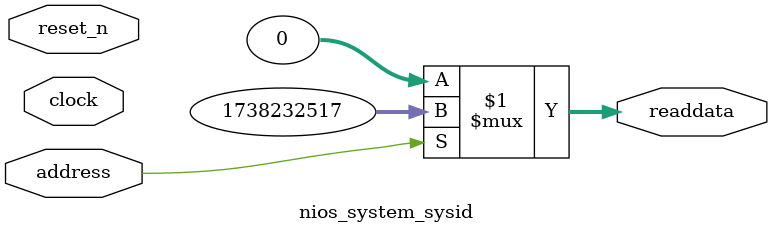
<source format=v>

`timescale 1ns / 1ps
// synthesis translate_on

// turn off superfluous verilog processor warnings 
// altera message_level Level1 
// altera message_off 10034 10035 10036 10037 10230 10240 10030 

module nios_system_sysid (
               // inputs:
                address,
                clock,
                reset_n,

               // outputs:
                readdata
             )
;

  output  [ 31: 0] readdata;
  input            address;
  input            clock;
  input            reset_n;

  wire    [ 31: 0] readdata;
  //control_slave, which is an e_avalon_slave
  assign readdata = address ? 1738232517 : 0;

endmodule




</source>
